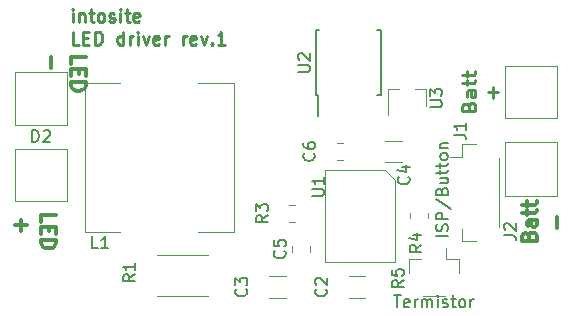
<source format=gbr>
%TF.GenerationSoftware,KiCad,Pcbnew,(5.1.9-0-10_14)*%
%TF.CreationDate,2021-02-28T00:37:48+08:00*%
%TF.ProjectId,xhp70-driver,78687037-302d-4647-9269-7665722e6b69,rev?*%
%TF.SameCoordinates,Original*%
%TF.FileFunction,Legend,Top*%
%TF.FilePolarity,Positive*%
%FSLAX46Y46*%
G04 Gerber Fmt 4.6, Leading zero omitted, Abs format (unit mm)*
G04 Created by KiCad (PCBNEW (5.1.9-0-10_14)) date 2021-02-28 00:37:48*
%MOMM*%
%LPD*%
G01*
G04 APERTURE LIST*
%ADD10C,0.275000*%
%ADD11C,0.312500*%
%ADD12C,0.200000*%
%ADD13C,0.120000*%
%ADD14C,0.150000*%
G04 APERTURE END LIST*
D10*
X117690654Y-52535119D02*
X117690654Y-51801785D01*
X117690654Y-51435119D02*
X117638273Y-51487500D01*
X117690654Y-51539880D01*
X117743035Y-51487500D01*
X117690654Y-51435119D01*
X117690654Y-51539880D01*
X118214464Y-51801785D02*
X118214464Y-52535119D01*
X118214464Y-51906547D02*
X118266845Y-51854166D01*
X118371607Y-51801785D01*
X118528750Y-51801785D01*
X118633511Y-51854166D01*
X118685892Y-51958928D01*
X118685892Y-52535119D01*
X119052559Y-51801785D02*
X119471607Y-51801785D01*
X119209702Y-51435119D02*
X119209702Y-52377976D01*
X119262083Y-52482738D01*
X119366845Y-52535119D01*
X119471607Y-52535119D01*
X119995416Y-52535119D02*
X119890654Y-52482738D01*
X119838273Y-52430357D01*
X119785892Y-52325595D01*
X119785892Y-52011309D01*
X119838273Y-51906547D01*
X119890654Y-51854166D01*
X119995416Y-51801785D01*
X120152559Y-51801785D01*
X120257321Y-51854166D01*
X120309702Y-51906547D01*
X120362083Y-52011309D01*
X120362083Y-52325595D01*
X120309702Y-52430357D01*
X120257321Y-52482738D01*
X120152559Y-52535119D01*
X119995416Y-52535119D01*
X120781130Y-52482738D02*
X120885892Y-52535119D01*
X121095416Y-52535119D01*
X121200178Y-52482738D01*
X121252559Y-52377976D01*
X121252559Y-52325595D01*
X121200178Y-52220833D01*
X121095416Y-52168452D01*
X120938273Y-52168452D01*
X120833511Y-52116071D01*
X120781130Y-52011309D01*
X120781130Y-51958928D01*
X120833511Y-51854166D01*
X120938273Y-51801785D01*
X121095416Y-51801785D01*
X121200178Y-51854166D01*
X121723988Y-52535119D02*
X121723988Y-51801785D01*
X121723988Y-51435119D02*
X121671607Y-51487500D01*
X121723988Y-51539880D01*
X121776369Y-51487500D01*
X121723988Y-51435119D01*
X121723988Y-51539880D01*
X122090654Y-51801785D02*
X122509702Y-51801785D01*
X122247797Y-51435119D02*
X122247797Y-52377976D01*
X122300178Y-52482738D01*
X122404940Y-52535119D01*
X122509702Y-52535119D01*
X123295416Y-52482738D02*
X123190654Y-52535119D01*
X122981130Y-52535119D01*
X122876369Y-52482738D01*
X122823988Y-52377976D01*
X122823988Y-51958928D01*
X122876369Y-51854166D01*
X122981130Y-51801785D01*
X123190654Y-51801785D01*
X123295416Y-51854166D01*
X123347797Y-51958928D01*
X123347797Y-52063690D01*
X122823988Y-52168452D01*
X118214464Y-54460119D02*
X117690654Y-54460119D01*
X117690654Y-53360119D01*
X118581130Y-53883928D02*
X118947797Y-53883928D01*
X119104940Y-54460119D02*
X118581130Y-54460119D01*
X118581130Y-53360119D01*
X119104940Y-53360119D01*
X119576369Y-54460119D02*
X119576369Y-53360119D01*
X119838273Y-53360119D01*
X119995416Y-53412500D01*
X120100178Y-53517261D01*
X120152559Y-53622023D01*
X120204940Y-53831547D01*
X120204940Y-53988690D01*
X120152559Y-54198214D01*
X120100178Y-54302976D01*
X119995416Y-54407738D01*
X119838273Y-54460119D01*
X119576369Y-54460119D01*
X121985892Y-54460119D02*
X121985892Y-53360119D01*
X121985892Y-54407738D02*
X121881130Y-54460119D01*
X121671607Y-54460119D01*
X121566845Y-54407738D01*
X121514464Y-54355357D01*
X121462083Y-54250595D01*
X121462083Y-53936309D01*
X121514464Y-53831547D01*
X121566845Y-53779166D01*
X121671607Y-53726785D01*
X121881130Y-53726785D01*
X121985892Y-53779166D01*
X122509702Y-54460119D02*
X122509702Y-53726785D01*
X122509702Y-53936309D02*
X122562083Y-53831547D01*
X122614464Y-53779166D01*
X122719226Y-53726785D01*
X122823988Y-53726785D01*
X123190654Y-54460119D02*
X123190654Y-53726785D01*
X123190654Y-53360119D02*
X123138273Y-53412500D01*
X123190654Y-53464880D01*
X123243035Y-53412500D01*
X123190654Y-53360119D01*
X123190654Y-53464880D01*
X123609702Y-53726785D02*
X123871607Y-54460119D01*
X124133511Y-53726785D01*
X124971607Y-54407738D02*
X124866845Y-54460119D01*
X124657321Y-54460119D01*
X124552559Y-54407738D01*
X124500178Y-54302976D01*
X124500178Y-53883928D01*
X124552559Y-53779166D01*
X124657321Y-53726785D01*
X124866845Y-53726785D01*
X124971607Y-53779166D01*
X125023988Y-53883928D01*
X125023988Y-53988690D01*
X124500178Y-54093452D01*
X125495416Y-54460119D02*
X125495416Y-53726785D01*
X125495416Y-53936309D02*
X125547797Y-53831547D01*
X125600178Y-53779166D01*
X125704940Y-53726785D01*
X125809702Y-53726785D01*
X127014464Y-54460119D02*
X127014464Y-53726785D01*
X127014464Y-53936309D02*
X127066845Y-53831547D01*
X127119226Y-53779166D01*
X127223988Y-53726785D01*
X127328750Y-53726785D01*
X128114464Y-54407738D02*
X128009702Y-54460119D01*
X127800178Y-54460119D01*
X127695416Y-54407738D01*
X127643035Y-54302976D01*
X127643035Y-53883928D01*
X127695416Y-53779166D01*
X127800178Y-53726785D01*
X128009702Y-53726785D01*
X128114464Y-53779166D01*
X128166845Y-53883928D01*
X128166845Y-53988690D01*
X127643035Y-54093452D01*
X128533511Y-53726785D02*
X128795416Y-54460119D01*
X129057321Y-53726785D01*
X129476369Y-54355357D02*
X129528750Y-54407738D01*
X129476369Y-54460119D01*
X129423988Y-54407738D01*
X129476369Y-54355357D01*
X129476369Y-54460119D01*
X130576369Y-54460119D02*
X129947797Y-54460119D01*
X130262083Y-54460119D02*
X130262083Y-53360119D01*
X130157321Y-53517261D01*
X130052559Y-53622023D01*
X129947797Y-53674404D01*
X151208928Y-59690476D02*
X151261309Y-59511904D01*
X151313690Y-59452380D01*
X151418452Y-59392857D01*
X151575595Y-59392857D01*
X151680357Y-59452380D01*
X151732738Y-59511904D01*
X151785119Y-59630952D01*
X151785119Y-60107142D01*
X150685119Y-60107142D01*
X150685119Y-59690476D01*
X150737500Y-59571428D01*
X150789880Y-59511904D01*
X150894642Y-59452380D01*
X150999404Y-59452380D01*
X151104166Y-59511904D01*
X151156547Y-59571428D01*
X151208928Y-59690476D01*
X151208928Y-60107142D01*
X151785119Y-58321428D02*
X151208928Y-58321428D01*
X151104166Y-58380952D01*
X151051785Y-58500000D01*
X151051785Y-58738095D01*
X151104166Y-58857142D01*
X151732738Y-58321428D02*
X151785119Y-58440476D01*
X151785119Y-58738095D01*
X151732738Y-58857142D01*
X151627976Y-58916666D01*
X151523214Y-58916666D01*
X151418452Y-58857142D01*
X151366071Y-58738095D01*
X151366071Y-58440476D01*
X151313690Y-58321428D01*
X151051785Y-57904761D02*
X151051785Y-57428571D01*
X150685119Y-57726190D02*
X151627976Y-57726190D01*
X151732738Y-57666666D01*
X151785119Y-57547619D01*
X151785119Y-57428571D01*
X151051785Y-57190476D02*
X151051785Y-56714285D01*
X150685119Y-57011904D02*
X151627976Y-57011904D01*
X151732738Y-56952380D01*
X151785119Y-56833333D01*
X151785119Y-56714285D01*
X153291071Y-58976190D02*
X153291071Y-58023809D01*
X153710119Y-58500000D02*
X152872023Y-58500000D01*
D11*
X156316964Y-70690476D02*
X156376488Y-70511904D01*
X156436011Y-70452380D01*
X156555059Y-70392857D01*
X156733630Y-70392857D01*
X156852678Y-70452380D01*
X156912202Y-70511904D01*
X156971726Y-70630952D01*
X156971726Y-71107142D01*
X155721726Y-71107142D01*
X155721726Y-70690476D01*
X155781250Y-70571428D01*
X155840773Y-70511904D01*
X155959821Y-70452380D01*
X156078869Y-70452380D01*
X156197916Y-70511904D01*
X156257440Y-70571428D01*
X156316964Y-70690476D01*
X156316964Y-71107142D01*
X156971726Y-69321428D02*
X156316964Y-69321428D01*
X156197916Y-69380952D01*
X156138392Y-69500000D01*
X156138392Y-69738095D01*
X156197916Y-69857142D01*
X156912202Y-69321428D02*
X156971726Y-69440476D01*
X156971726Y-69738095D01*
X156912202Y-69857142D01*
X156793154Y-69916666D01*
X156674107Y-69916666D01*
X156555059Y-69857142D01*
X156495535Y-69738095D01*
X156495535Y-69440476D01*
X156436011Y-69321428D01*
X156138392Y-68904761D02*
X156138392Y-68428571D01*
X155721726Y-68726190D02*
X156793154Y-68726190D01*
X156912202Y-68666666D01*
X156971726Y-68547619D01*
X156971726Y-68428571D01*
X156138392Y-68190476D02*
X156138392Y-67714285D01*
X155721726Y-68011904D02*
X156793154Y-68011904D01*
X156912202Y-67952380D01*
X156971726Y-67833333D01*
X156971726Y-67714285D01*
X158683035Y-69976190D02*
X158683035Y-69023809D01*
D12*
X149452380Y-70678571D02*
X148452380Y-70678571D01*
X149404761Y-70250000D02*
X149452380Y-70107142D01*
X149452380Y-69869047D01*
X149404761Y-69773809D01*
X149357142Y-69726190D01*
X149261904Y-69678571D01*
X149166666Y-69678571D01*
X149071428Y-69726190D01*
X149023809Y-69773809D01*
X148976190Y-69869047D01*
X148928571Y-70059523D01*
X148880952Y-70154761D01*
X148833333Y-70202380D01*
X148738095Y-70250000D01*
X148642857Y-70250000D01*
X148547619Y-70202380D01*
X148500000Y-70154761D01*
X148452380Y-70059523D01*
X148452380Y-69821428D01*
X148500000Y-69678571D01*
X149452380Y-69250000D02*
X148452380Y-69250000D01*
X148452380Y-68869047D01*
X148500000Y-68773809D01*
X148547619Y-68726190D01*
X148642857Y-68678571D01*
X148785714Y-68678571D01*
X148880952Y-68726190D01*
X148928571Y-68773809D01*
X148976190Y-68869047D01*
X148976190Y-69250000D01*
X148404761Y-67535714D02*
X149690476Y-68392857D01*
X148928571Y-66869047D02*
X148976190Y-66726190D01*
X149023809Y-66678571D01*
X149119047Y-66630952D01*
X149261904Y-66630952D01*
X149357142Y-66678571D01*
X149404761Y-66726190D01*
X149452380Y-66821428D01*
X149452380Y-67202380D01*
X148452380Y-67202380D01*
X148452380Y-66869047D01*
X148500000Y-66773809D01*
X148547619Y-66726190D01*
X148642857Y-66678571D01*
X148738095Y-66678571D01*
X148833333Y-66726190D01*
X148880952Y-66773809D01*
X148928571Y-66869047D01*
X148928571Y-67202380D01*
X148785714Y-65773809D02*
X149452380Y-65773809D01*
X148785714Y-66202380D02*
X149309523Y-66202380D01*
X149404761Y-66154761D01*
X149452380Y-66059523D01*
X149452380Y-65916666D01*
X149404761Y-65821428D01*
X149357142Y-65773809D01*
X148785714Y-65440476D02*
X148785714Y-65059523D01*
X148452380Y-65297619D02*
X149309523Y-65297619D01*
X149404761Y-65250000D01*
X149452380Y-65154761D01*
X149452380Y-65059523D01*
X148785714Y-64869047D02*
X148785714Y-64488095D01*
X148452380Y-64726190D02*
X149309523Y-64726190D01*
X149404761Y-64678571D01*
X149452380Y-64583333D01*
X149452380Y-64488095D01*
X149452380Y-64011904D02*
X149404761Y-64107142D01*
X149357142Y-64154761D01*
X149261904Y-64202380D01*
X148976190Y-64202380D01*
X148880952Y-64154761D01*
X148833333Y-64107142D01*
X148785714Y-64011904D01*
X148785714Y-63869047D01*
X148833333Y-63773809D01*
X148880952Y-63726190D01*
X148976190Y-63678571D01*
X149261904Y-63678571D01*
X149357142Y-63726190D01*
X149404761Y-63773809D01*
X149452380Y-63869047D01*
X149452380Y-64011904D01*
X148785714Y-63250000D02*
X149452380Y-63250000D01*
X148880952Y-63250000D02*
X148833333Y-63202380D01*
X148785714Y-63107142D01*
X148785714Y-62964285D01*
X148833333Y-62869047D01*
X148928571Y-62821428D01*
X149452380Y-62821428D01*
X144869047Y-75702380D02*
X145440476Y-75702380D01*
X145154761Y-76702380D02*
X145154761Y-75702380D01*
X146154761Y-76654761D02*
X146059523Y-76702380D01*
X145869047Y-76702380D01*
X145773809Y-76654761D01*
X145726190Y-76559523D01*
X145726190Y-76178571D01*
X145773809Y-76083333D01*
X145869047Y-76035714D01*
X146059523Y-76035714D01*
X146154761Y-76083333D01*
X146202380Y-76178571D01*
X146202380Y-76273809D01*
X145726190Y-76369047D01*
X146630952Y-76702380D02*
X146630952Y-76035714D01*
X146630952Y-76226190D02*
X146678571Y-76130952D01*
X146726190Y-76083333D01*
X146821428Y-76035714D01*
X146916666Y-76035714D01*
X147250000Y-76702380D02*
X147250000Y-76035714D01*
X147250000Y-76130952D02*
X147297619Y-76083333D01*
X147392857Y-76035714D01*
X147535714Y-76035714D01*
X147630952Y-76083333D01*
X147678571Y-76178571D01*
X147678571Y-76702380D01*
X147678571Y-76178571D02*
X147726190Y-76083333D01*
X147821428Y-76035714D01*
X147964285Y-76035714D01*
X148059523Y-76083333D01*
X148107142Y-76178571D01*
X148107142Y-76702380D01*
X148583333Y-76702380D02*
X148583333Y-76035714D01*
X148583333Y-75702380D02*
X148535714Y-75750000D01*
X148583333Y-75797619D01*
X148630952Y-75750000D01*
X148583333Y-75702380D01*
X148583333Y-75797619D01*
X149011904Y-76654761D02*
X149107142Y-76702380D01*
X149297619Y-76702380D01*
X149392857Y-76654761D01*
X149440476Y-76559523D01*
X149440476Y-76511904D01*
X149392857Y-76416666D01*
X149297619Y-76369047D01*
X149154761Y-76369047D01*
X149059523Y-76321428D01*
X149011904Y-76226190D01*
X149011904Y-76178571D01*
X149059523Y-76083333D01*
X149154761Y-76035714D01*
X149297619Y-76035714D01*
X149392857Y-76083333D01*
X149726190Y-76035714D02*
X150107142Y-76035714D01*
X149869047Y-75702380D02*
X149869047Y-76559523D01*
X149916666Y-76654761D01*
X150011904Y-76702380D01*
X150107142Y-76702380D01*
X150583333Y-76702380D02*
X150488095Y-76654761D01*
X150440476Y-76607142D01*
X150392857Y-76511904D01*
X150392857Y-76226190D01*
X150440476Y-76130952D01*
X150488095Y-76083333D01*
X150583333Y-76035714D01*
X150726190Y-76035714D01*
X150821428Y-76083333D01*
X150869047Y-76130952D01*
X150916666Y-76226190D01*
X150916666Y-76511904D01*
X150869047Y-76607142D01*
X150821428Y-76654761D01*
X150726190Y-76702380D01*
X150583333Y-76702380D01*
X151345238Y-76702380D02*
X151345238Y-76035714D01*
X151345238Y-76226190D02*
X151392857Y-76130952D01*
X151440476Y-76083333D01*
X151535714Y-76035714D01*
X151630952Y-76035714D01*
D11*
X117528273Y-56095982D02*
X117528273Y-55500744D01*
X118778273Y-55500744D01*
X118183035Y-56512648D02*
X118183035Y-56929315D01*
X117528273Y-57107886D02*
X117528273Y-56512648D01*
X118778273Y-56512648D01*
X118778273Y-57107886D01*
X117528273Y-57643601D02*
X118778273Y-57643601D01*
X118778273Y-57941220D01*
X118718750Y-58119791D01*
X118599702Y-58238839D01*
X118480654Y-58298363D01*
X118242559Y-58357886D01*
X118063988Y-58357886D01*
X117825892Y-58298363D01*
X117706845Y-58238839D01*
X117587797Y-58119791D01*
X117528273Y-57941220D01*
X117528273Y-57643601D01*
X115816964Y-55500744D02*
X115816964Y-56453125D01*
X115028273Y-69446428D02*
X115028273Y-68851190D01*
X116278273Y-68851190D01*
X115683035Y-69863095D02*
X115683035Y-70279761D01*
X115028273Y-70458333D02*
X115028273Y-69863095D01*
X116278273Y-69863095D01*
X116278273Y-70458333D01*
X115028273Y-70994047D02*
X116278273Y-70994047D01*
X116278273Y-71291666D01*
X116218750Y-71470238D01*
X116099702Y-71589285D01*
X115980654Y-71648809D01*
X115742559Y-71708333D01*
X115563988Y-71708333D01*
X115325892Y-71648809D01*
X115206845Y-71589285D01*
X115087797Y-71470238D01*
X115028273Y-71291666D01*
X115028273Y-70994047D01*
X113316964Y-69297619D02*
X113316964Y-70250000D01*
X112840773Y-69773809D02*
X113793154Y-69773809D01*
D13*
%TO.C,J2*%
X153760000Y-64060000D02*
X153760000Y-69940000D01*
X150640000Y-71110000D02*
X150640000Y-70060000D01*
X151790000Y-71110000D02*
X150640000Y-71110000D01*
X150640000Y-63940000D02*
X149650000Y-63940000D01*
X150640000Y-62890000D02*
X150640000Y-63940000D01*
X151790000Y-62890000D02*
X150640000Y-62890000D01*
%TO.C,U3*%
X147580000Y-58240000D02*
X147580000Y-59700000D01*
X144420000Y-58240000D02*
X144420000Y-60400000D01*
X144420000Y-58240000D02*
X145350000Y-58240000D01*
X147580000Y-58240000D02*
X146650000Y-58240000D01*
D14*
%TO.C,U2*%
X138450000Y-58750000D02*
X138450000Y-60500000D01*
X143755000Y-58750000D02*
X143755000Y-53250000D01*
X138245000Y-58750000D02*
X138245000Y-53250000D01*
X143755000Y-58750000D02*
X143455000Y-58750000D01*
X143755000Y-53250000D02*
X143455000Y-53250000D01*
X138245000Y-53250000D02*
X138545000Y-53250000D01*
X138245000Y-58750000D02*
X138450000Y-58750000D01*
D13*
%TO.C,U1*%
X139050000Y-65100000D02*
X144150000Y-65100000D01*
X139050000Y-72900000D02*
X139050000Y-65100000D01*
X144950000Y-72900000D02*
X139050000Y-72900000D01*
X144950000Y-65900000D02*
X144950000Y-72900000D01*
X144150000Y-65100000D02*
X144950000Y-65900000D01*
%TO.C,R5*%
X149190000Y-75760000D02*
X147310000Y-75760000D01*
X146140000Y-72640000D02*
X147190000Y-72640000D01*
X146140000Y-73790000D02*
X146140000Y-72640000D01*
X149310000Y-72640000D02*
X149310000Y-71650000D01*
X150360000Y-72640000D02*
X149310000Y-72640000D01*
X150360000Y-73790000D02*
X150360000Y-72640000D01*
%TO.C,R4*%
X147735000Y-69139564D02*
X147735000Y-68685436D01*
X146265000Y-69139564D02*
X146265000Y-68685436D01*
%TO.C,R3*%
X136022936Y-69485000D02*
X136477064Y-69485000D01*
X136022936Y-68015000D02*
X136477064Y-68015000D01*
%TO.C,R1*%
X129177064Y-72290000D02*
X124822936Y-72290000D01*
X129177064Y-75710000D02*
X124822936Y-75710000D01*
%TO.C,L1*%
X118700000Y-57700000D02*
X121700000Y-57700000D01*
X118700000Y-70300000D02*
X118700000Y-57700000D01*
X121700000Y-70300000D02*
X118700000Y-70300000D01*
X131300000Y-70300000D02*
X128300000Y-70300000D01*
X131300000Y-57700000D02*
X131300000Y-70300000D01*
X128300000Y-57700000D02*
X131300000Y-57700000D01*
%TO.C,J1*%
X154300000Y-62750000D02*
X154300000Y-67250000D01*
X158700000Y-62750000D02*
X158700000Y-67250000D01*
X158700000Y-67250000D02*
X154300000Y-67250000D01*
X158700000Y-62750000D02*
X154300000Y-62750000D01*
X154300000Y-56300000D02*
X158700000Y-56300000D01*
X154300000Y-60700000D02*
X154300000Y-56300000D01*
X158700000Y-60700000D02*
X154300000Y-60700000D01*
X158700000Y-56300000D02*
X158700000Y-60700000D01*
%TO.C,D2*%
X117200000Y-61250000D02*
X117200000Y-56750000D01*
X112800000Y-61250000D02*
X112800000Y-56750000D01*
X112800000Y-56750000D02*
X117200000Y-56750000D01*
X112800000Y-61250000D02*
X117200000Y-61250000D01*
X117200000Y-67700000D02*
X112800000Y-67700000D01*
X117200000Y-63300000D02*
X117200000Y-67700000D01*
X112800000Y-63300000D02*
X117200000Y-63300000D01*
X112800000Y-67700000D02*
X112800000Y-63300000D01*
%TO.C,C6*%
X140561252Y-62765000D02*
X140038748Y-62765000D01*
X140561252Y-64235000D02*
X140038748Y-64235000D01*
%TO.C,C5*%
X136265000Y-71488748D02*
X136265000Y-72011252D01*
X137735000Y-71488748D02*
X137735000Y-72011252D01*
%TO.C,C4*%
X144101248Y-64410000D02*
X145523752Y-64410000D01*
X144101248Y-62590000D02*
X145523752Y-62590000D01*
%TO.C,C3*%
X134288748Y-75910000D02*
X135711252Y-75910000D01*
X134288748Y-74090000D02*
X135711252Y-74090000D01*
%TO.C,C2*%
X141038748Y-75910000D02*
X142461252Y-75910000D01*
X141038748Y-74090000D02*
X142461252Y-74090000D01*
%TO.C,J2*%
D14*
X154202380Y-70583333D02*
X154916666Y-70583333D01*
X155059523Y-70630952D01*
X155154761Y-70726190D01*
X155202380Y-70869047D01*
X155202380Y-70964285D01*
X154297619Y-70154761D02*
X154250000Y-70107142D01*
X154202380Y-70011904D01*
X154202380Y-69773809D01*
X154250000Y-69678571D01*
X154297619Y-69630952D01*
X154392857Y-69583333D01*
X154488095Y-69583333D01*
X154630952Y-69630952D01*
X155202380Y-70202380D01*
X155202380Y-69583333D01*
%TO.C,U3*%
X147952380Y-59761904D02*
X148761904Y-59761904D01*
X148857142Y-59714285D01*
X148904761Y-59666666D01*
X148952380Y-59571428D01*
X148952380Y-59380952D01*
X148904761Y-59285714D01*
X148857142Y-59238095D01*
X148761904Y-59190476D01*
X147952380Y-59190476D01*
X147952380Y-58809523D02*
X147952380Y-58190476D01*
X148333333Y-58523809D01*
X148333333Y-58380952D01*
X148380952Y-58285714D01*
X148428571Y-58238095D01*
X148523809Y-58190476D01*
X148761904Y-58190476D01*
X148857142Y-58238095D01*
X148904761Y-58285714D01*
X148952380Y-58380952D01*
X148952380Y-58666666D01*
X148904761Y-58761904D01*
X148857142Y-58809523D01*
%TO.C,U2*%
X136772380Y-56761904D02*
X137581904Y-56761904D01*
X137677142Y-56714285D01*
X137724761Y-56666666D01*
X137772380Y-56571428D01*
X137772380Y-56380952D01*
X137724761Y-56285714D01*
X137677142Y-56238095D01*
X137581904Y-56190476D01*
X136772380Y-56190476D01*
X136867619Y-55761904D02*
X136820000Y-55714285D01*
X136772380Y-55619047D01*
X136772380Y-55380952D01*
X136820000Y-55285714D01*
X136867619Y-55238095D01*
X136962857Y-55190476D01*
X137058095Y-55190476D01*
X137200952Y-55238095D01*
X137772380Y-55809523D01*
X137772380Y-55190476D01*
%TO.C,U1*%
X137952380Y-67261904D02*
X138761904Y-67261904D01*
X138857142Y-67214285D01*
X138904761Y-67166666D01*
X138952380Y-67071428D01*
X138952380Y-66880952D01*
X138904761Y-66785714D01*
X138857142Y-66738095D01*
X138761904Y-66690476D01*
X137952380Y-66690476D01*
X138952380Y-65690476D02*
X138952380Y-66261904D01*
X138952380Y-65976190D02*
X137952380Y-65976190D01*
X138095238Y-66071428D01*
X138190476Y-66166666D01*
X138238095Y-66261904D01*
%TO.C,R5*%
X145702380Y-74416666D02*
X145226190Y-74750000D01*
X145702380Y-74988095D02*
X144702380Y-74988095D01*
X144702380Y-74607142D01*
X144750000Y-74511904D01*
X144797619Y-74464285D01*
X144892857Y-74416666D01*
X145035714Y-74416666D01*
X145130952Y-74464285D01*
X145178571Y-74511904D01*
X145226190Y-74607142D01*
X145226190Y-74988095D01*
X144702380Y-73511904D02*
X144702380Y-73988095D01*
X145178571Y-74035714D01*
X145130952Y-73988095D01*
X145083333Y-73892857D01*
X145083333Y-73654761D01*
X145130952Y-73559523D01*
X145178571Y-73511904D01*
X145273809Y-73464285D01*
X145511904Y-73464285D01*
X145607142Y-73511904D01*
X145654761Y-73559523D01*
X145702380Y-73654761D01*
X145702380Y-73892857D01*
X145654761Y-73988095D01*
X145607142Y-74035714D01*
%TO.C,R4*%
X147202380Y-71416666D02*
X146726190Y-71750000D01*
X147202380Y-71988095D02*
X146202380Y-71988095D01*
X146202380Y-71607142D01*
X146250000Y-71511904D01*
X146297619Y-71464285D01*
X146392857Y-71416666D01*
X146535714Y-71416666D01*
X146630952Y-71464285D01*
X146678571Y-71511904D01*
X146726190Y-71607142D01*
X146726190Y-71988095D01*
X146535714Y-70559523D02*
X147202380Y-70559523D01*
X146154761Y-70797619D02*
X146869047Y-71035714D01*
X146869047Y-70416666D01*
%TO.C,R3*%
X134202380Y-68916666D02*
X133726190Y-69250000D01*
X134202380Y-69488095D02*
X133202380Y-69488095D01*
X133202380Y-69107142D01*
X133250000Y-69011904D01*
X133297619Y-68964285D01*
X133392857Y-68916666D01*
X133535714Y-68916666D01*
X133630952Y-68964285D01*
X133678571Y-69011904D01*
X133726190Y-69107142D01*
X133726190Y-69488095D01*
X133202380Y-68583333D02*
X133202380Y-67964285D01*
X133583333Y-68297619D01*
X133583333Y-68154761D01*
X133630952Y-68059523D01*
X133678571Y-68011904D01*
X133773809Y-67964285D01*
X134011904Y-67964285D01*
X134107142Y-68011904D01*
X134154761Y-68059523D01*
X134202380Y-68154761D01*
X134202380Y-68440476D01*
X134154761Y-68535714D01*
X134107142Y-68583333D01*
%TO.C,R1*%
X122952380Y-73916666D02*
X122476190Y-74250000D01*
X122952380Y-74488095D02*
X121952380Y-74488095D01*
X121952380Y-74107142D01*
X122000000Y-74011904D01*
X122047619Y-73964285D01*
X122142857Y-73916666D01*
X122285714Y-73916666D01*
X122380952Y-73964285D01*
X122428571Y-74011904D01*
X122476190Y-74107142D01*
X122476190Y-74488095D01*
X122952380Y-72964285D02*
X122952380Y-73535714D01*
X122952380Y-73250000D02*
X121952380Y-73250000D01*
X122095238Y-73345238D01*
X122190476Y-73440476D01*
X122238095Y-73535714D01*
%TO.C,L1*%
X119833333Y-71702380D02*
X119357142Y-71702380D01*
X119357142Y-70702380D01*
X120690476Y-71702380D02*
X120119047Y-71702380D01*
X120404761Y-71702380D02*
X120404761Y-70702380D01*
X120309523Y-70845238D01*
X120214285Y-70940476D01*
X120119047Y-70988095D01*
%TO.C,J1*%
X149952380Y-62083333D02*
X150666666Y-62083333D01*
X150809523Y-62130952D01*
X150904761Y-62226190D01*
X150952380Y-62369047D01*
X150952380Y-62464285D01*
X150952380Y-61083333D02*
X150952380Y-61654761D01*
X150952380Y-61369047D02*
X149952380Y-61369047D01*
X150095238Y-61464285D01*
X150190476Y-61559523D01*
X150238095Y-61654761D01*
%TO.C,D2*%
X114261904Y-62702380D02*
X114261904Y-61702380D01*
X114500000Y-61702380D01*
X114642857Y-61750000D01*
X114738095Y-61845238D01*
X114785714Y-61940476D01*
X114833333Y-62130952D01*
X114833333Y-62273809D01*
X114785714Y-62464285D01*
X114738095Y-62559523D01*
X114642857Y-62654761D01*
X114500000Y-62702380D01*
X114261904Y-62702380D01*
X115214285Y-61797619D02*
X115261904Y-61750000D01*
X115357142Y-61702380D01*
X115595238Y-61702380D01*
X115690476Y-61750000D01*
X115738095Y-61797619D01*
X115785714Y-61892857D01*
X115785714Y-61988095D01*
X115738095Y-62130952D01*
X115166666Y-62702380D01*
X115785714Y-62702380D01*
%TO.C,C6*%
X138107142Y-63666666D02*
X138154761Y-63714285D01*
X138202380Y-63857142D01*
X138202380Y-63952380D01*
X138154761Y-64095238D01*
X138059523Y-64190476D01*
X137964285Y-64238095D01*
X137773809Y-64285714D01*
X137630952Y-64285714D01*
X137440476Y-64238095D01*
X137345238Y-64190476D01*
X137250000Y-64095238D01*
X137202380Y-63952380D01*
X137202380Y-63857142D01*
X137250000Y-63714285D01*
X137297619Y-63666666D01*
X137202380Y-62809523D02*
X137202380Y-63000000D01*
X137250000Y-63095238D01*
X137297619Y-63142857D01*
X137440476Y-63238095D01*
X137630952Y-63285714D01*
X138011904Y-63285714D01*
X138107142Y-63238095D01*
X138154761Y-63190476D01*
X138202380Y-63095238D01*
X138202380Y-62904761D01*
X138154761Y-62809523D01*
X138107142Y-62761904D01*
X138011904Y-62714285D01*
X137773809Y-62714285D01*
X137678571Y-62761904D01*
X137630952Y-62809523D01*
X137583333Y-62904761D01*
X137583333Y-63095238D01*
X137630952Y-63190476D01*
X137678571Y-63238095D01*
X137773809Y-63285714D01*
%TO.C,C5*%
X135607142Y-71916666D02*
X135654761Y-71964285D01*
X135702380Y-72107142D01*
X135702380Y-72202380D01*
X135654761Y-72345238D01*
X135559523Y-72440476D01*
X135464285Y-72488095D01*
X135273809Y-72535714D01*
X135130952Y-72535714D01*
X134940476Y-72488095D01*
X134845238Y-72440476D01*
X134750000Y-72345238D01*
X134702380Y-72202380D01*
X134702380Y-72107142D01*
X134750000Y-71964285D01*
X134797619Y-71916666D01*
X134702380Y-71011904D02*
X134702380Y-71488095D01*
X135178571Y-71535714D01*
X135130952Y-71488095D01*
X135083333Y-71392857D01*
X135083333Y-71154761D01*
X135130952Y-71059523D01*
X135178571Y-71011904D01*
X135273809Y-70964285D01*
X135511904Y-70964285D01*
X135607142Y-71011904D01*
X135654761Y-71059523D01*
X135702380Y-71154761D01*
X135702380Y-71392857D01*
X135654761Y-71488095D01*
X135607142Y-71535714D01*
%TO.C,C4*%
X146107142Y-65666666D02*
X146154761Y-65714285D01*
X146202380Y-65857142D01*
X146202380Y-65952380D01*
X146154761Y-66095238D01*
X146059523Y-66190476D01*
X145964285Y-66238095D01*
X145773809Y-66285714D01*
X145630952Y-66285714D01*
X145440476Y-66238095D01*
X145345238Y-66190476D01*
X145250000Y-66095238D01*
X145202380Y-65952380D01*
X145202380Y-65857142D01*
X145250000Y-65714285D01*
X145297619Y-65666666D01*
X145535714Y-64809523D02*
X146202380Y-64809523D01*
X145154761Y-65047619D02*
X145869047Y-65285714D01*
X145869047Y-64666666D01*
%TO.C,C3*%
X132357142Y-75166666D02*
X132404761Y-75214285D01*
X132452380Y-75357142D01*
X132452380Y-75452380D01*
X132404761Y-75595238D01*
X132309523Y-75690476D01*
X132214285Y-75738095D01*
X132023809Y-75785714D01*
X131880952Y-75785714D01*
X131690476Y-75738095D01*
X131595238Y-75690476D01*
X131500000Y-75595238D01*
X131452380Y-75452380D01*
X131452380Y-75357142D01*
X131500000Y-75214285D01*
X131547619Y-75166666D01*
X131452380Y-74833333D02*
X131452380Y-74214285D01*
X131833333Y-74547619D01*
X131833333Y-74404761D01*
X131880952Y-74309523D01*
X131928571Y-74261904D01*
X132023809Y-74214285D01*
X132261904Y-74214285D01*
X132357142Y-74261904D01*
X132404761Y-74309523D01*
X132452380Y-74404761D01*
X132452380Y-74690476D01*
X132404761Y-74785714D01*
X132357142Y-74833333D01*
%TO.C,C2*%
X139107142Y-75166666D02*
X139154761Y-75214285D01*
X139202380Y-75357142D01*
X139202380Y-75452380D01*
X139154761Y-75595238D01*
X139059523Y-75690476D01*
X138964285Y-75738095D01*
X138773809Y-75785714D01*
X138630952Y-75785714D01*
X138440476Y-75738095D01*
X138345238Y-75690476D01*
X138250000Y-75595238D01*
X138202380Y-75452380D01*
X138202380Y-75357142D01*
X138250000Y-75214285D01*
X138297619Y-75166666D01*
X138297619Y-74785714D02*
X138250000Y-74738095D01*
X138202380Y-74642857D01*
X138202380Y-74404761D01*
X138250000Y-74309523D01*
X138297619Y-74261904D01*
X138392857Y-74214285D01*
X138488095Y-74214285D01*
X138630952Y-74261904D01*
X139202380Y-74833333D01*
X139202380Y-74214285D01*
%TD*%
M02*

</source>
